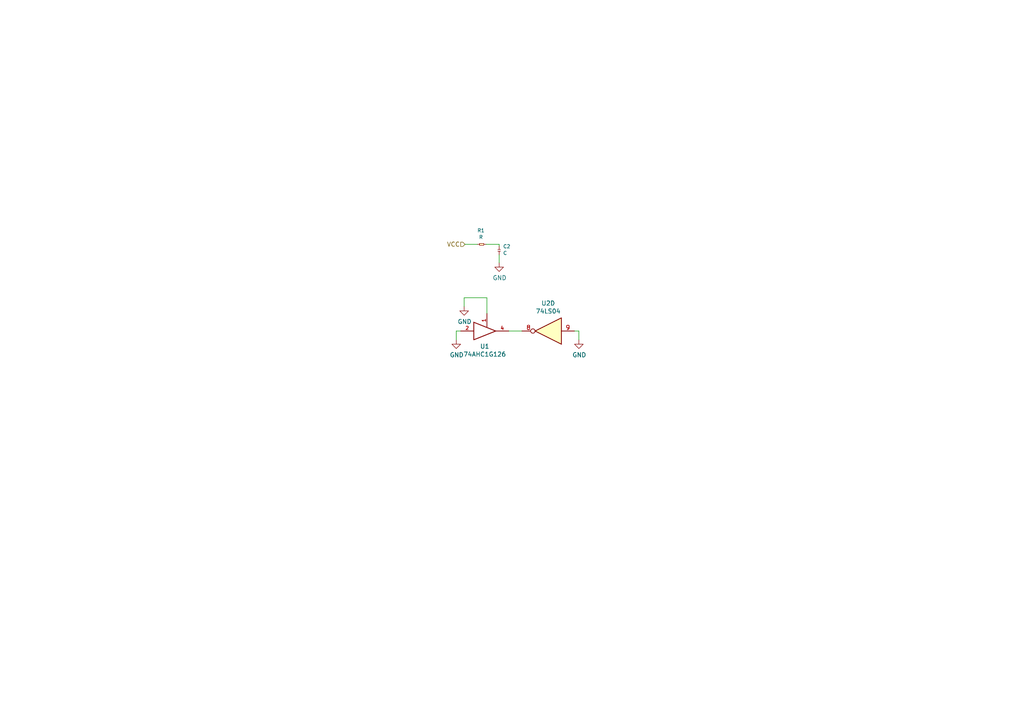
<source format=kicad_sch>
(kicad_sch (version 20201015) (generator eeschema)
  (page 1 3)
  (paper "A4")
  (lib_symbols
    (symbol "74xGxx:74AHC1G126" (pin_names (offset 1.016))
      (property "Reference" "U" (at -2.54 3.81 0))
      (property "Value" "74AHC1G126" (at 0 -3.81 0))
      (symbol "74AHC1G126_0_1"
        (polyline (pts (xy -3.81 2.54) (xy -3.81 -2.54) (xy 2.54 0) (xy -3.81 2.54)) (stroke (width 0.254)))
      )
      (symbol "74AHC1G126_1_1"
        (pin input line (at 0 5.08 270) (length 3.937) (name "~") (number "1"))
        (pin input line (at -7.62 0 0) (length 3.81) (name "~") (number "2"))
        (pin power_in line (at 1.27 -1.27 270) (length 0) hide (name "GND") (number "3"))
        (pin tri_state line (at 6.35 0 180) (length 3.81) (name "~") (number "4"))
        (pin power_in line (at 1.27 1.27 90) (length 0) hide (name "VCC") (number "5"))
      )
    )
    (symbol "74xx:74LS04"
      (property "Reference" "U" (at 0 1.27 0))
      (property "Value" "74LS04" (at 0 -1.27 0))
      (symbol "74LS04_1_0"
        (polyline (pts (xy -3.81 3.81) (xy -3.81 -3.81) (xy 3.81 0) (xy -3.81 3.81)) (stroke (width 0.254)) (fill (type background)))
        (pin input line (at -7.62 0 0) (length 3.81) (name "~") (number "1"))
        (pin output inverted (at 7.62 0 180) (length 3.81) (name "~") (number "2"))
      )
      (symbol "74LS04_2_0"
        (polyline (pts (xy -3.81 3.81) (xy -3.81 -3.81) (xy 3.81 0) (xy -3.81 3.81)) (stroke (width 0.254)) (fill (type background)))
        (pin input line (at -7.62 0 0) (length 3.81) (name "~") (number "3"))
        (pin output inverted (at 7.62 0 180) (length 3.81) (name "~") (number "4"))
      )
      (symbol "74LS04_3_0"
        (polyline (pts (xy -3.81 3.81) (xy -3.81 -3.81) (xy 3.81 0) (xy -3.81 3.81)) (stroke (width 0.254)) (fill (type background)))
        (pin input line (at -7.62 0 0) (length 3.81) (name "~") (number "5"))
        (pin output inverted (at 7.62 0 180) (length 3.81) (name "~") (number "6"))
      )
      (symbol "74LS04_4_0"
        (polyline (pts (xy -3.81 3.81) (xy -3.81 -3.81) (xy 3.81 0) (xy -3.81 3.81)) (stroke (width 0.254)) (fill (type background)))
        (pin output inverted (at 7.62 0 180) (length 3.81) (name "~") (number "8"))
        (pin input line (at -7.62 0 0) (length 3.81) (name "~") (number "9"))
      )
      (symbol "74LS04_5_0"
        (polyline (pts (xy -3.81 3.81) (xy -3.81 -3.81) (xy 3.81 0) (xy -3.81 3.81)) (stroke (width 0.254)) (fill (type background)))
        (pin output inverted (at 7.62 0 180) (length 3.81) (name "~") (number "10"))
        (pin input line (at -7.62 0 0) (length 3.81) (name "~") (number "11"))
      )
      (symbol "74LS04_6_0"
        (polyline (pts (xy -3.81 3.81) (xy -3.81 -3.81) (xy 3.81 0) (xy -3.81 3.81)) (stroke (width 0.254)) (fill (type background)))
        (pin output inverted (at 7.62 0 180) (length 3.81) (name "~") (number "12"))
        (pin input line (at -7.62 0 0) (length 3.81) (name "~") (number "13"))
      )
      (symbol "74LS04_7_0"
        (pin power_in line (at 0 12.7 270) (length 5.08) (name "VCC") (number "14"))
        (pin power_in line (at 0 -12.7 90) (length 5.08) (name "GND") (number "7"))
      )
      (symbol "74LS04_7_1"
        (rectangle (start -5.08 7.62) (end 5.08 -7.62) (stroke (width 0.254)) (fill (type background)))
      )
    )
    (symbol "power:GND" (power) (pin_names (offset 0))
      (property "Value" "GND" (at 0 -3.81 0))
      (symbol "GND_0_1"
        (polyline (pts (xy 0 0) (xy 0 -1.27) (xy 1.27 -1.27) (xy 0 -2.54) (xy -1.27 -1.27) (xy 0 -1.27)))
      )
      (symbol "GND_1_1"
        (pin power_in line (at 0 0 270) (length 0) hide (name "GND") (number "1"))
      )
    )
    (symbol "warning-project-rescue:C-passive" (pin_numbers hide) (pin_names (offset 1.016) hide)
      (property "Reference" "C" (at 0 1.27 0))
      (property "Value" "C-passive" (at 0 -1.27 0))
      (symbol "C-passive_0_1"
        (polyline (pts (xy -0.635 0) (xy -1.27 0)))
        (polyline (pts (xy -0.635 0) (xy -0.381 0)))
        (polyline (pts (xy -0.254 0.381) (xy -0.254 -0.381)))
        (polyline (pts (xy 0.254 0.381) (xy 0.254 -0.381)))
        (polyline (pts (xy 0.635 0) (xy 0.254 0)))
        (polyline (pts (xy 1.27 0) (xy 0.635 0)))
      )
      (symbol "C-passive_1_1"
        (pin passive line (at -1.27 0 0) (length 0) (name "1") (number "1"))
        (pin passive line (at 1.27 0 0) (length 0) (name "2") (number "2"))
      )
    )
    (symbol "warning-project-rescue:R-passive" (pin_numbers hide) (pin_names (offset 1.016) hide)
      (property "Reference" "R" (at 0 1.27 0))
      (property "Value" "R-passive" (at 0 -1.27 0))
      (symbol "R-passive_0_1"
        (rectangle (start 0.635 0.254) (end -0.635 -0.254) (fill (type background)))
        (polyline (pts (xy -0.635 0) (xy -1.27 0)))
        (polyline (pts (xy 1.27 0) (xy 0.635 0)))
      )
      (symbol "R-passive_1_1"
        (pin passive line (at -1.27 0 0) (length 0) (name "1") (number "1"))
        (pin passive line (at 1.27 0 0) (length 0) (name "2") (number "2"))
      )
    )
  )
  (wire (pts (xy 132.334 96.012) (xy 132.334 98.552)))
  (wire (pts (xy 133.604 96.012) (xy 132.334 96.012)))
  (wire (pts (xy 134.62 86.36) (xy 141.224 86.36)))
  (wire (pts (xy 134.62 88.9) (xy 134.62 86.36)))
  (wire (pts (xy 138.43 70.866) (xy 134.874 70.866)))
  (wire (pts (xy 140.97 70.866) (xy 144.78 70.866)))
  (wire (pts (xy 141.224 86.36) (xy 141.224 90.932)))
  (wire (pts (xy 144.78 70.866) (xy 144.78 71.374)))
  (wire (pts (xy 144.78 73.914) (xy 144.78 76.2)))
  (wire (pts (xy 147.574 96.012) (xy 151.384 96.012)))
  (wire (pts (xy 166.624 96.012) (xy 167.894 96.012)))
  (wire (pts (xy 167.894 96.012) (xy 167.894 98.552)))
  (hierarchical_label "VCC" (shape input) (at 134.874 70.866 180))
  (symbol (lib_id "warning-project-rescue:R-passive") (at 139.7 70.866 0) (unit 1)
    (property "Reference" "R1" (at 139.4968 66.8528 0) (effects (font (size 1.016 1.016))))
    (property "Value" "R" (at 139.4968 68.7832 0) (effects (font (size 1.016 1.016))))
    (property "Footprint" "Resistor_SMD:R_0402_1005Metric" (effects hide))
  )
  (symbol (lib_id "warning-project-rescue:C-passive") (at 144.78 72.644 270) (unit 1)
    (property "Reference" "C2" (at 145.8976 71.4756 90) (effects (font (size 1.016 1.016)) (justify left)))
    (property "Value" "C" (at 145.8976 73.406 90) (effects (font (size 1.016 1.016)) (justify left)))
    (property "Footprint" "Capacitor_SMD:C_0402_1005Metric" (effects hide))
  )
  (symbol (lib_id "power:GND") (at 132.334 98.552 0) (unit 1)
    (property "Reference" "#PWR04" (effects hide))
    (property "Value" "GND" (at 132.461 102.9462 0))
  )
  (symbol (lib_id "power:GND") (at 134.62 88.9 0) (unit 1)
    (property "Reference" "#PWR05" (effects hide))
    (property "Value" "GND" (at 134.747 93.2942 0))
  )
  (symbol (lib_id "power:GND") (at 144.78 76.2 0) (unit 1)
    (property "Reference" "#PWR03" (effects hide))
    (property "Value" "GND" (at 144.907 80.5942 0))
  )
  (symbol (lib_id "power:GND") (at 167.894 98.552 0) (unit 1)
    (property "Reference" "#PWR06" (effects hide))
    (property "Value" "GND" (at 168.021 102.9462 0))
  )
  (symbol (lib_id "74xGxx:74AHC1G126") (at 141.224 96.012 0) (unit 1)
    (property "Reference" "U1" (at 140.589 100.4634 0))
    (property "Value" "74AHC1G126" (at 140.589 102.7621 0))
    (property "Datasheet" "http://www.ti.com/lit/sg/scyt129e/scyt129e.pdf" (effects hide))
  )
  (symbol (lib_id "74xx:74LS04") (at 159.004 96.012 180) (unit 4)
    (property "Reference" "U2" (at 159.004 87.9602 0))
    (property "Value" "74LS04" (at 159.004 90.2716 0))
    (property "Datasheet" "http://www.ti.com/lit/gpn/sn74LS04" (effects hide))
  )
)
</source>
